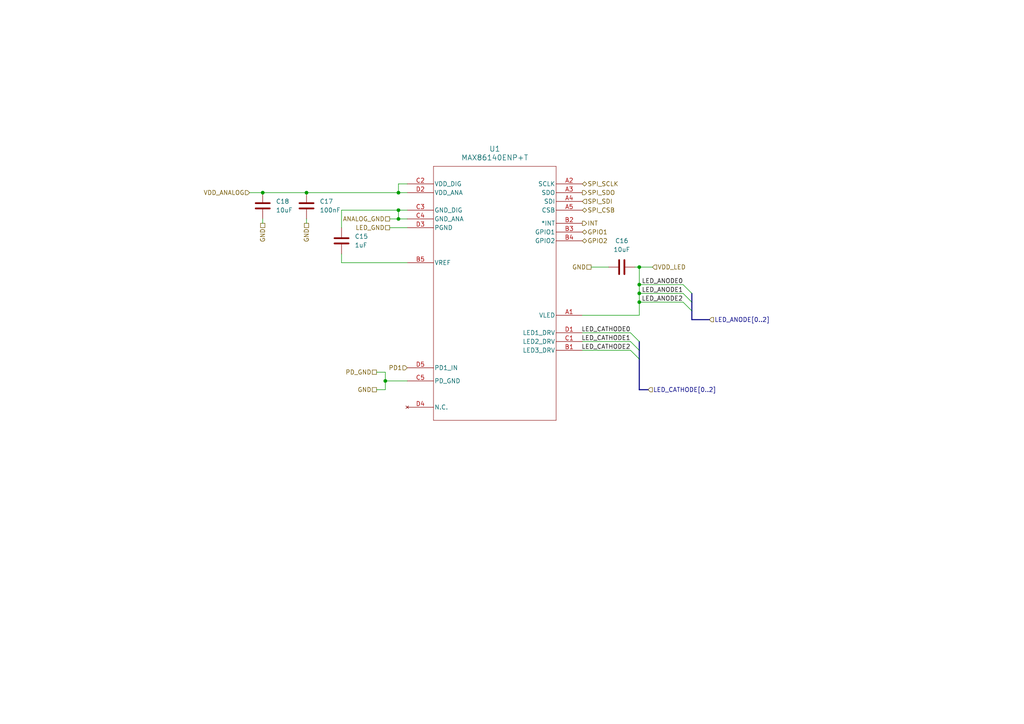
<source format=kicad_sch>
(kicad_sch (version 20250114) (generator "eeschema") (generator_version "9.0")
  (paper "A4")
  (title_block (title "MAX86140 Analog Front-End") (company "Guardian Health Inc."))
  (lib_symbols
    (symbol "Device:C" (pin_numbers (hide yes)) (pin_names (offset 0.254))
      (property "Reference" "C" (at 0.635 2.54 0))
      (property "Value" "C" (at 0.635 -2.54 0))
      (symbol "C_0_1"
        (polyline (pts (xy -2.032 0.762) (xy 2.032 0.762)) (stroke (width 0.508)))
        (polyline (pts (xy -2.032 -0.762) (xy 2.032 -0.762)) (stroke (width 0.508)))
      )
      (symbol "C_1_1"
        (pin passive line (at 0 3.81 270) (length 2.794) (name "~") (number "1"))
        (pin passive line (at 0 -3.81 90) (length 2.794) (name "~") (number "2"))
      )
    )
    (symbol "ProjectSymbols:MAX86140ENP+T" (pin_names (offset 0.254))
      (property "Reference" "U" (at 25.4 12.7 0))
      (property "Value" "MAX86140ENP+T" (at 25.4 10.16 0))
      (symbol "MAX86140ENP+T_0_1"
        (polyline (pts (xy 7.62 7.62) (xy 7.62 -66.04)) (stroke (width 0.127)))
        (polyline (pts (xy 7.62 -66.04) (xy 43.18 -66.04)) (stroke (width 0.127)))
        (polyline (pts (xy 43.18 7.62) (xy 7.62 7.62)) (stroke (width 0.127)))
        (polyline (pts (xy 43.18 -66.04) (xy 43.18 7.62)) (stroke (width 0.127)))
        (pin power_in line (at 0 2.54 0) (length 7.62) (name "VDD_DIG") (number "C2"))
        (pin power_in line (at 0 0 0) (length 7.62) (name "VDD_ANA") (number "D2"))
        (pin passive line (at 0 -5.08 0) (length 7.62) (name "GND_DIG") (number "C3"))
        (pin passive line (at 0 -7.62 0) (length 7.62) (name "GND_ANA") (number "C4"))
        (pin passive line (at 0 -10.16 0) (length 7.62) (name "PGND") (number "D3"))
        (pin passive line (at 0 -20.32 0) (length 7.62) (name "VREF") (number "B5"))
        (pin bidirectional line (at 0 -50.8 0) (length 7.62) (name "PD1_IN") (number "D5"))
        (pin passive line (at 0 -54.61 0) (length 7.62) (name "PD_GND") (number "C5"))
        (pin no_connect line (at 0 -62.23 0) (length 7.62) (name "N.C.") (number "D4"))
        (pin unspecified line (at 50.8 2.54 180) (length 7.62) (name "SCLK") (number "A2"))
        (pin unspecified line (at 50.8 0 180) (length 7.62) (name "SDO") (number "A3"))
        (pin unspecified line (at 50.8 -2.54 180) (length 7.62) (name "SDI") (number "A4"))
        (pin unspecified line (at 50.8 -5.08 180) (length 7.62) (name "CSB") (number "A5"))
        (pin unspecified line (at 50.8 -8.89 180) (length 7.62) (name "*INT") (number "B2"))
        (pin bidirectional line (at 50.8 -11.43 180) (length 7.62) (name "GPIO1") (number "B3"))
        (pin bidirectional line (at 50.8 -13.97 180) (length 7.62) (name "GPIO2") (number "B4"))
        (pin unspecified line (at 50.8 -35.56 180) (length 7.62) (name "VLED") (number "A1"))
        (pin bidirectional line (at 50.8 -40.64 180) (length 7.62) (name "LED1_DRV") (number "D1"))
        (pin bidirectional line (at 50.8 -43.18 180) (length 7.62) (name "LED2_DRV") (number "C1"))
        (pin bidirectional line (at 50.8 -45.72 180) (length 7.62) (name "LED3_DRV") (number "B1"))
      )
    )
  )
  (junction (at 185.42 82.55))
  (junction (at 88.9 55.88))
  (junction (at 76.2 55.88))
  (junction (at 185.42 77.47))
  (junction (at 115.57 60.96))
  (junction (at 111.76 110.49))
  (junction (at 185.42 85.09))
  (junction (at 115.57 63.5))
  (junction (at 115.57 55.88))
  (junction (at 185.42 87.63))
  (bus_entry (at 182.88 101.6) (size 2.54 2.54))
  (bus_entry (at 198.12 82.55) (size 2.54 2.54))
  (bus_entry (at 198.12 87.63) (size 2.54 2.54))
  (bus_entry (at 182.88 96.52) (size 2.54 2.54))
  (bus_entry (at 182.88 99.06) (size 2.54 2.54))
  (bus_entry (at 198.12 85.09) (size 2.54 2.54))
  (wire (pts (xy 88.9 55.88) (xy 115.57 55.88)))
  (wire (pts (xy 99.06 60.96) (xy 115.57 60.96)))
  (wire (pts (xy 185.42 77.47) (xy 185.42 82.55)))
  (wire (pts (xy 185.42 85.09) (xy 198.12 85.09)))
  (bus (pts (xy 200.66 92.71) (xy 205.74 92.71)))
  (wire (pts (xy 109.22 107.95) (xy 111.76 107.95)))
  (wire (pts (xy 185.42 82.55) (xy 198.12 82.55)))
  (wire (pts (xy 115.57 63.5) (xy 118.11 63.5)))
  (wire (pts (xy 111.76 113.03) (xy 111.76 110.49)))
  (wire (pts (xy 72.39 55.88) (xy 76.2 55.88)))
  (bus (pts (xy 185.42 104.14) (xy 185.42 113.03)))
  (wire (pts (xy 185.42 87.63) (xy 198.12 87.63)))
  (wire (pts (xy 185.42 85.09) (xy 185.42 87.63)))
  (wire (pts (xy 118.11 110.49) (xy 111.76 110.49)))
  (wire (pts (xy 115.57 60.96) (xy 118.11 60.96)))
  (wire (pts (xy 109.22 113.03) (xy 111.76 113.03)))
  (wire (pts (xy 168.91 99.06) (xy 182.88 99.06)))
  (wire (pts (xy 111.76 110.49) (xy 111.76 107.95)))
  (wire (pts (xy 113.03 66.04) (xy 118.11 66.04)))
  (wire (pts (xy 184.15 77.47) (xy 185.42 77.47)))
  (wire (pts (xy 76.2 64.77) (xy 76.2 63.5)))
  (bus (pts (xy 185.42 101.6) (xy 185.42 104.14)))
  (wire (pts (xy 171.45 77.47) (xy 176.53 77.47)))
  (wire (pts (xy 99.06 73.66) (xy 99.06 76.2)))
  (bus (pts (xy 200.66 90.17) (xy 200.66 92.71)))
  (wire (pts (xy 88.9 64.77) (xy 88.9 63.5)))
  (wire (pts (xy 76.2 55.88) (xy 88.9 55.88)))
  (wire (pts (xy 168.91 91.44) (xy 185.42 91.44)))
  (wire (pts (xy 185.42 82.55) (xy 185.42 85.09)))
  (wire (pts (xy 185.42 77.47) (xy 189.23 77.47)))
  (bus (pts (xy 185.42 99.06) (xy 185.42 101.6)))
  (wire (pts (xy 113.03 63.5) (xy 115.57 63.5)))
  (wire (pts (xy 168.91 101.6) (xy 182.88 101.6)))
  (wire (pts (xy 115.57 53.34) (xy 115.57 55.88)))
  (wire (pts (xy 168.91 96.52) (xy 182.88 96.52)))
  (wire (pts (xy 185.42 87.63) (xy 185.42 91.44)))
  (bus (pts (xy 200.66 85.09) (xy 200.66 87.63)))
  (bus (pts (xy 185.42 113.03) (xy 187.96 113.03)))
  (bus (pts (xy 200.66 87.63) (xy 200.66 90.17)))
  (wire (pts (xy 115.57 53.34) (xy 118.11 53.34)))
  (wire (pts (xy 99.06 66.04) (xy 99.06 60.96)))
  (wire (pts (xy 99.06 76.2) (xy 118.11 76.2)))
  (wire (pts (xy 115.57 55.88) (xy 118.11 55.88)))
  (wire (pts (xy 115.57 63.5) (xy 115.57 60.96)))
  (label "LED_ANODE0" (at 198.12 82.55 180))
  (label "LED_ANODE1" (at 198.12 85.09 180))
  (label "LED_CATHODE2" (at 182.88 101.6 180))
  (label "LED_CATHODE0" (at 182.88 96.52 180))
  (label "LED_ANODE2" (at 198.0866 87.63 180))
  (label "LED_CATHODE1" (at 182.88 99.06 180))
  (hierarchical_label "SPI_SDO" (shape output) (at 168.91 55.88 0))
  (hierarchical_label "GND" (shape passive) (at 88.9 64.77 270))
  (hierarchical_label "LED_GND" (shape passive) (at 113.03 66.04 180))
  (hierarchical_label "GPIO2" (shape bidirectional) (at 168.91 69.85 0))
  (hierarchical_label "GND" (shape passive) (at 76.2 64.77 270))
  (hierarchical_label "VDD_ANALOG" (shape input) (at 72.39 55.88 180))
  (hierarchical_label "GND" (shape passive) (at 109.22 113.03 180))
  (hierarchical_label "INT" (shape output) (at 168.91 64.77 0))
  (hierarchical_label "LED_CATHODE[0..2]" (shape input) (at 187.96 113.03 0))
  (hierarchical_label "LED_ANODE[0..2]" (shape input) (at 205.74 92.71 0))
  (hierarchical_label "ANALOG_GND" (shape passive) (at 113.03 63.5 180))
  (hierarchical_label "PD_GND" (shape passive) (at 109.22 107.95 180))
  (hierarchical_label "SPI_SCLK" (shape bidirectional) (at 168.91 53.34 0))
  (hierarchical_label "GPIO1" (shape bidirectional) (at 168.91 67.31 0))
  (hierarchical_label "SPI_SDI" (shape input) (at 168.91 58.42 0))
  (hierarchical_label "GND" (shape passive) (at 171.45 77.47 180))
  (hierarchical_label "VDD_LED" (shape input) (at 189.23 77.47 0))
  (hierarchical_label "SPI_CSB" (shape bidirectional) (at 168.91 60.96 0))
  (hierarchical_label "PD1" (shape input) (at 118.11 106.68 180))
  (symbol (lib_id "Device:C") (at 88.9 59.69 0) (unit 1)
    (property "Reference" "C17" (at 92.71 58.4199 0) (effects (justify left)))
    (property "Value" "100nF" (at 92.71 60.9599 0) (effects (justify left)))
    (property "Footprint" "Capacitor_SMD:C_0603_1608Metric" (effects (hide yes)))
    (property "Description" "Unpolarized capacitor" (effects (hide yes)))
  )
  (symbol (lib_id "Device:C") (at 99.06 69.85 0) (unit 1)
    (property "Reference" "C15" (at 102.87 68.5799 0) (effects (justify left)))
    (property "Value" "1uF" (at 102.87 71.1199 0) (effects (justify left)))
    (property "Footprint" "Capacitor_SMD:C_0603_1608Metric" (effects (hide yes)))
    (property "Description" "Unpolarized capacitor" (effects (hide yes)))
  )
  (symbol (lib_id "Device:C") (at 180.34 77.47 90) (unit 1)
    (property "Reference" "C16" (at 180.34 69.85 90))
    (property "Value" "10uF" (at 180.34 72.39 90))
    (property "Footprint" "Capacitor_SMD:C_0603_1608Metric" (effects (hide yes)))
    (property "Description" "Unpolarized capacitor" (effects (hide yes)))
  )
  (symbol (lib_id "Device:C") (at 76.2 59.69 0) (unit 1)
    (property "Reference" "C18" (at 80.01 58.4199 0) (effects (justify left)))
    (property "Value" "10uF" (at 80.01 60.9599 0) (effects (justify left)))
    (property "Footprint" "Capacitor_SMD:C_0603_1608Metric" (effects (hide yes)))
    (property "Description" "Unpolarized capacitor" (effects (hide yes)))
  )
  (symbol (lib_id "ProjectSymbols:MAX86140ENP+T") (at 118.11 55.88 0) (unit 1)
    (property "Reference" "U1" (at 143.51 43.18 0) (effects (font (size 1.524 1.524))))
    (property "Value" "MAX86140ENP+T" (at 143.51 45.72 0) (effects (font (size 1.524 1.524))))
    (property "Footprint" "Project-Symbols:MAX86140ENP+T" (effects (hide yes)))
    (property "Datasheet" "MAX86140ENP+T" (effects (hide yes)))
  )
)
</source>
